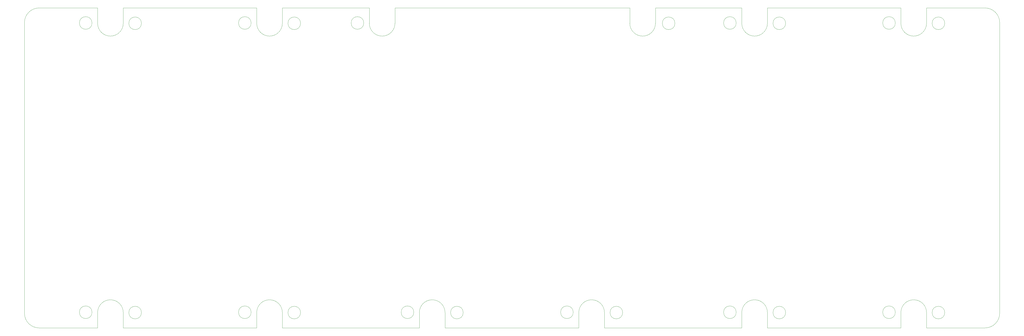
<source format=gko>
G04 #@! TF.GenerationSoftware,KiCad,Pcbnew,(5.1.5)-3*
G04 #@! TF.CreationDate,2020-08-08T22:19:49-04:00*
G04 #@! TF.ProjectId,petkb,7065746b-622e-46b6-9963-61645f706362,rev?*
G04 #@! TF.SameCoordinates,Original*
G04 #@! TF.FileFunction,Profile,NP*
%FSLAX46Y46*%
G04 Gerber Fmt 4.6, Leading zero omitted, Abs format (unit mm)*
G04 Created by KiCad (PCBNEW (5.1.5)-3) date 2020-08-08 22:19:49*
%MOMM*%
%LPD*%
G04 APERTURE LIST*
%ADD10C,0.050000*%
G04 APERTURE END LIST*
D10*
X256667000Y-27813000D02*
X236474000Y-27813000D01*
X266827000Y-27813000D02*
X300990000Y-27813000D01*
X256667000Y-33909000D02*
X256667000Y-27813000D01*
X266827000Y-27813000D02*
X266827000Y-33909000D01*
X266827000Y-33909000D02*
G75*
G02X256667000Y-33909000I-5080000J0D01*
G01*
X163703000Y-27813000D02*
X183515000Y-27813000D01*
X119126000Y-27813000D02*
X153543000Y-27813000D01*
X151344000Y-33782000D02*
G75*
G03X151344000Y-33782000I-2500000J0D01*
G01*
X163703000Y-33909000D02*
G75*
G02X153543000Y-33909000I-5080000J0D01*
G01*
X253833000Y-148717000D02*
G75*
G03X253833000Y-148717000I-2500000J0D01*
G01*
X43775000Y-148590000D02*
G75*
G03X43775000Y-148590000I-2500000J0D01*
G01*
X274534000Y-33909000D02*
G75*
G03X274534000Y-33909000I-2500000J0D01*
G01*
X361783000Y-33782000D02*
G75*
G03X361783000Y-33782000I-2500000J0D01*
G01*
X381341000Y-33909000D02*
G75*
G03X381341000Y-33909000I-2500000J0D01*
G01*
X298791000Y-33782000D02*
G75*
G03X298791000Y-33782000I-2500000J0D01*
G01*
X318349000Y-33909000D02*
G75*
G03X318349000Y-33909000I-2500000J0D01*
G01*
X106767000Y-33782000D02*
G75*
G03X106767000Y-33782000I-2500000J0D01*
G01*
X126325000Y-33909000D02*
G75*
G03X126325000Y-33909000I-2500000J0D01*
G01*
X63333000Y-148717000D02*
G75*
G03X63333000Y-148717000I-2500000J0D01*
G01*
X171156000Y-148590000D02*
G75*
G03X171156000Y-148590000I-2500000J0D01*
G01*
X190714000Y-148717000D02*
G75*
G03X190714000Y-148717000I-2500000J0D01*
G01*
X298791000Y-148590000D02*
G75*
G03X298791000Y-148590000I-2500000J0D01*
G01*
X318349000Y-148717000D02*
G75*
G03X318349000Y-148717000I-2500000J0D01*
G01*
X43775000Y-33782000D02*
G75*
G03X43775000Y-33782000I-2500000J0D01*
G01*
X63333000Y-33909000D02*
G75*
G03X63333000Y-33909000I-2500000J0D01*
G01*
X106767000Y-148590000D02*
G75*
G03X106767000Y-148590000I-2500000J0D01*
G01*
X126325000Y-148717000D02*
G75*
G03X126325000Y-148717000I-2500000J0D01*
G01*
X234275000Y-148590000D02*
G75*
G03X234275000Y-148590000I-2500000J0D01*
G01*
X361783000Y-148590000D02*
G75*
G03X361783000Y-148590000I-2500000J0D01*
G01*
X381341000Y-148717000D02*
G75*
G03X381341000Y-148717000I-2500000J0D01*
G01*
X397256000Y-27813000D02*
X374142000Y-27813000D01*
X403098000Y-148971000D02*
X403098000Y-33655000D01*
X397256000Y-154813000D02*
X374142000Y-154813000D01*
X22860000Y-154813000D02*
X45974000Y-154813000D01*
X17018000Y-33655000D02*
X17018000Y-148971000D01*
X22860000Y-27813000D02*
X45974000Y-27813000D01*
X17018000Y-33655000D02*
G75*
G02X22860000Y-27813000I5842000J0D01*
G01*
X22860000Y-154813000D02*
G75*
G02X17018000Y-148971000I0J5842000D01*
G01*
X403098000Y-148971000D02*
G75*
G02X397256000Y-154813000I-5842000J0D01*
G01*
X397256000Y-27813000D02*
G75*
G02X403098000Y-33655000I0J-5842000D01*
G01*
X311150000Y-154813000D02*
X363982000Y-154813000D01*
X246634000Y-154813000D02*
X300990000Y-154813000D01*
X183515000Y-154813000D02*
X236474000Y-154813000D01*
X119126000Y-154813000D02*
X173355000Y-154813000D01*
X56134000Y-154813000D02*
X108966000Y-154813000D01*
X374142000Y-148717000D02*
X374142000Y-154813000D01*
X363982000Y-148717000D02*
X363982000Y-154813000D01*
X311150000Y-148717000D02*
X311150000Y-154813000D01*
X300990000Y-148717000D02*
X300990000Y-154813000D01*
X246634000Y-148717000D02*
X246634000Y-154813000D01*
X236474000Y-148717000D02*
X236474000Y-154813000D01*
X183515000Y-148717000D02*
X183515000Y-154813000D01*
X173355000Y-148717000D02*
X173355000Y-154813000D01*
X119126000Y-148717000D02*
X119126000Y-154813000D01*
X108966000Y-148717000D02*
X108966000Y-154813000D01*
X56134000Y-148717000D02*
X56134000Y-154813000D01*
X45974000Y-148717000D02*
X45974000Y-154813000D01*
X45974000Y-148717000D02*
G75*
G02X56134000Y-148717000I5080000J0D01*
G01*
X108966000Y-148717000D02*
G75*
G02X119126000Y-148717000I5080000J0D01*
G01*
X173355000Y-148717000D02*
G75*
G02X183515000Y-148717000I5080000J0D01*
G01*
X236474000Y-148717000D02*
G75*
G02X246634000Y-148717000I5080000J0D01*
G01*
X300990000Y-148717000D02*
G75*
G02X311150000Y-148717000I5080000J0D01*
G01*
X363982000Y-148717000D02*
G75*
G02X374142000Y-148717000I5080000J0D01*
G01*
X311150000Y-27813000D02*
X363982000Y-27813000D01*
X183515000Y-27813000D02*
X236474000Y-27813000D01*
X56134000Y-27813000D02*
X108966000Y-27813000D01*
X108966000Y-33909000D02*
X108966000Y-27813000D01*
X119126000Y-33909000D02*
X119126000Y-27813000D01*
X153543000Y-33909000D02*
X153543000Y-27813000D01*
X163703000Y-33909000D02*
X163703000Y-27813000D01*
X300990000Y-33909000D02*
X300990000Y-27813000D01*
X311150000Y-33909000D02*
X311150000Y-27813000D01*
X45974000Y-33909000D02*
X45974000Y-27813000D01*
X56134000Y-33909000D02*
X56134000Y-27813000D01*
X56134000Y-33909000D02*
G75*
G02X45974000Y-33909000I-5080000J0D01*
G01*
X119126000Y-33909000D02*
G75*
G02X108966000Y-33909000I-5080000J0D01*
G01*
X311150000Y-33909000D02*
G75*
G02X300990000Y-33909000I-5080000J0D01*
G01*
X374142000Y-33909000D02*
G75*
G02X363982000Y-33909000I-5080000J0D01*
G01*
X363982000Y-33909000D02*
X363982000Y-27813000D01*
X374142000Y-33909000D02*
X374142000Y-27813000D01*
M02*

</source>
